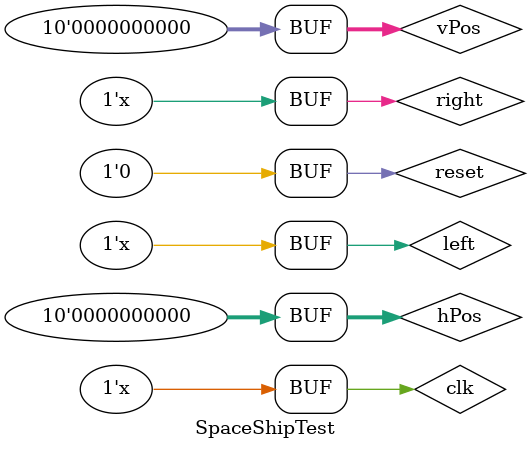
<source format=v>
`timescale 1ns / 1ps


module SpaceShipTest;

	// Inputs
	reg clk;
	reg reset;
	reg left;
	reg right;
	reg [9:0] hPos;
	reg [9:0] vPos;

	// Outputs
	wire [9:0] gunPosition;
	wire [2:0] color;

	// Instantiate the Unit Under Test (UUT)
	SpaceShip uut (
		.clk(clk), 
		.reset(reset), 
		.left(left), 
		.right(right), 
		.hPos(hPos), 
		.vPos(vPos), 
		.gunPosition(gunPosition), 
		.color(color)
	);

	initial begin
		// Initialize Inputs
		clk = 0;
		reset = 0;
		left = 0;
		right = 0;
		hPos = 0;
		vPos = 0;

		// Wait 100 ns for global reset to finish
		#100;
        
		// Add stimulus here
		reset=1;
		clk=1;
		right=1;
		#100;
      reset=0;

	end
	
	always #10 begin
		
		clk= ~clk ;
		
	end
	
	always #500 begin
	
		left = ~left; //chaque fois que l'horloge clk passe à 1, le spaceship se déplace de 20 à gauche
	
	end
   
	always #500	begin
	
		right = ~right ; //chaque fois que l'horloge clk passe à 1, le spaceship se déplace de 20 à droite
				    //comme nous avons initialisé "right" à 1, il n'y aura jamais de "right" et de "left" à 1 en même temps
	end
	

      
endmodule


</source>
